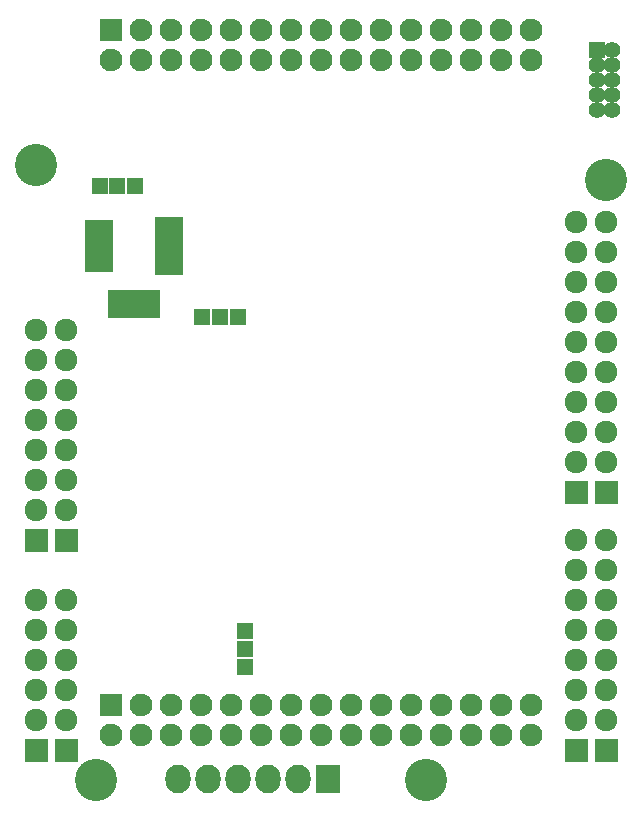
<source format=gbs>
G04 #@! TF.FileFunction,Soldermask,Bot*
%FSLAX46Y46*%
G04 Gerber Fmt 4.6, Leading zero omitted, Abs format (unit mm)*
G04 Created by KiCad (PCBNEW (after 2015-mar-04 BZR unknown)-product) date 2015年06月14日日曜日 16:42:44*
%MOMM*%
G01*
G04 APERTURE LIST*
%ADD10C,0.100000*%
%ADD11R,2.400000X4.400000*%
%ADD12R,4.400000X2.400000*%
%ADD13R,2.400000X4.900000*%
%ADD14R,1.400000X1.400000*%
%ADD15C,1.400000*%
%ADD16R,2.127200X2.432000*%
%ADD17O,2.127200X2.432000*%
%ADD18C,1.924000*%
%ADD19R,1.930000X1.930000*%
%ADD20C,1.930000*%
%ADD21C,3.575000*%
G04 APERTURE END LIST*
D10*
D11*
X7800000Y47750000D03*
D12*
X10800000Y42850000D03*
D13*
X13800000Y47750000D03*
D14*
X50005000Y64370000D03*
D15*
X51275000Y64370000D03*
X50005000Y63100000D03*
X51275000Y63100000D03*
X50005000Y61830000D03*
X51275000Y61830000D03*
X50005000Y60560000D03*
X51275000Y60560000D03*
X50005000Y59290000D03*
X51275000Y59290000D03*
D16*
X27190000Y2630000D03*
D17*
X24650000Y2630000D03*
X22110000Y2630000D03*
X19570000Y2630000D03*
X17030000Y2630000D03*
X14490000Y2630000D03*
D10*
G36*
X47298000Y27896000D02*
X49222000Y27896000D01*
X49222000Y25972000D01*
X47298000Y25972000D01*
X47298000Y27896000D01*
X47298000Y27896000D01*
G37*
D18*
X48260000Y29474000D03*
X48260000Y32014000D03*
X48260000Y34554000D03*
X48260000Y37094000D03*
X48260000Y39634000D03*
X48260000Y42174000D03*
X48260000Y44714000D03*
X48260000Y47254000D03*
X48260000Y49794000D03*
D10*
G36*
X47298000Y4128000D02*
X47298000Y6052000D01*
X49222000Y6052000D01*
X49222000Y4128000D01*
X47298000Y4128000D01*
X47298000Y4128000D01*
G37*
D18*
X48260000Y7630000D03*
X48260000Y10170000D03*
X48260000Y12710000D03*
X48260000Y15250000D03*
X48260000Y17790000D03*
X48260000Y22870000D03*
X48260000Y20330000D03*
D10*
G36*
X4118000Y21908000D02*
X4118000Y23832000D01*
X6042000Y23832000D01*
X6042000Y21908000D01*
X4118000Y21908000D01*
X4118000Y21908000D01*
G37*
D18*
X5080000Y25410000D03*
X5080000Y27950000D03*
X5080000Y30490000D03*
X5080000Y33030000D03*
X5080000Y35570000D03*
X5080000Y38110000D03*
X5080000Y40650000D03*
D10*
G36*
X6042000Y6052000D02*
X6042000Y4128000D01*
X4118000Y4128000D01*
X4118000Y6052000D01*
X6042000Y6052000D01*
X6042000Y6052000D01*
G37*
D18*
X5080000Y7630000D03*
X5080000Y10170000D03*
X5080000Y12710000D03*
X5080000Y15250000D03*
X5080000Y17790000D03*
D19*
X8890000Y8900000D03*
D20*
X11430000Y8900000D03*
X13970000Y8900000D03*
X16510000Y8900000D03*
X19050000Y8900000D03*
X21590000Y8900000D03*
X24130000Y8900000D03*
X26670000Y8900000D03*
X29210000Y8900000D03*
X31750000Y8900000D03*
X34290000Y8900000D03*
X36830000Y8900000D03*
X39370000Y8900000D03*
X41910000Y8900000D03*
X44450000Y8900000D03*
X8890000Y6360000D03*
X11430000Y6360000D03*
X13970000Y6360000D03*
X16510000Y6360000D03*
X19050000Y6360000D03*
X21590000Y6360000D03*
X24130000Y6360000D03*
X26670000Y6360000D03*
X29210000Y6360000D03*
X31750000Y6360000D03*
X34290000Y6360000D03*
X36830000Y6360000D03*
X39370000Y6360000D03*
X41910000Y6360000D03*
X44450000Y6360000D03*
D14*
X18100000Y41750000D03*
X19600000Y41750000D03*
X16600000Y41750000D03*
X20200000Y13650000D03*
X20200000Y15150000D03*
X20200000Y12150000D03*
D10*
G36*
X49838000Y27896000D02*
X51762000Y27896000D01*
X51762000Y25972000D01*
X49838000Y25972000D01*
X49838000Y27896000D01*
X49838000Y27896000D01*
G37*
D18*
X50800000Y29474000D03*
X50800000Y32014000D03*
X50800000Y34554000D03*
X50800000Y37094000D03*
X50800000Y39634000D03*
X50800000Y42174000D03*
X50800000Y44714000D03*
X50800000Y47254000D03*
X50800000Y49794000D03*
D10*
G36*
X49838000Y4128000D02*
X49838000Y6052000D01*
X51762000Y6052000D01*
X51762000Y4128000D01*
X49838000Y4128000D01*
X49838000Y4128000D01*
G37*
D18*
X50800000Y7630000D03*
X50800000Y10170000D03*
X50800000Y12710000D03*
X50800000Y15250000D03*
X50800000Y17790000D03*
X50800000Y22870000D03*
X50800000Y20330000D03*
D10*
G36*
X1578000Y21908000D02*
X1578000Y23832000D01*
X3502000Y23832000D01*
X3502000Y21908000D01*
X1578000Y21908000D01*
X1578000Y21908000D01*
G37*
D18*
X2540000Y25410000D03*
X2540000Y27950000D03*
X2540000Y30490000D03*
X2540000Y33030000D03*
X2540000Y35570000D03*
X2540000Y38110000D03*
X2540000Y40650000D03*
D10*
G36*
X3502000Y6052000D02*
X3502000Y4128000D01*
X1578000Y4128000D01*
X1578000Y6052000D01*
X3502000Y6052000D01*
X3502000Y6052000D01*
G37*
D18*
X2540000Y7630000D03*
X2540000Y10170000D03*
X2540000Y12710000D03*
X2540000Y15250000D03*
X2540000Y17790000D03*
D21*
X7620000Y2550000D03*
X35560000Y2550000D03*
X2540000Y54620000D03*
X50800000Y53350000D03*
D19*
X8890000Y66050000D03*
D20*
X11430000Y66050000D03*
X13970000Y66050000D03*
X16510000Y66050000D03*
X19050000Y66050000D03*
X21590000Y66050000D03*
X24130000Y66050000D03*
X26670000Y66050000D03*
X29210000Y66050000D03*
X31750000Y66050000D03*
X34290000Y66050000D03*
X36830000Y66050000D03*
X39370000Y66050000D03*
X41910000Y66050000D03*
X44450000Y66050000D03*
X8890000Y63510000D03*
X11430000Y63510000D03*
X13970000Y63510000D03*
X16510000Y63510000D03*
X19050000Y63510000D03*
X21590000Y63510000D03*
X24130000Y63510000D03*
X26670000Y63510000D03*
X29210000Y63510000D03*
X31750000Y63510000D03*
X34290000Y63510000D03*
X36830000Y63510000D03*
X39370000Y63510000D03*
X41910000Y63510000D03*
X44450000Y63510000D03*
D14*
X9398000Y52882000D03*
X7898000Y52882000D03*
X10898000Y52882000D03*
M02*

</source>
